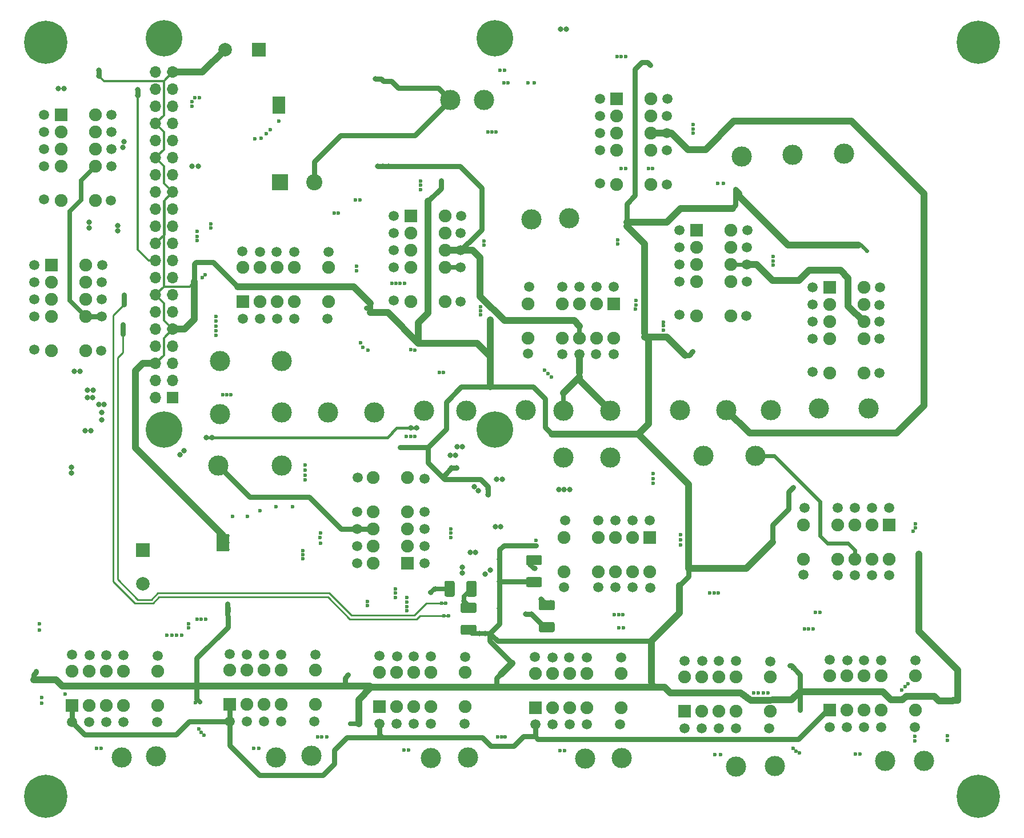
<source format=gbr>
%TF.GenerationSoftware,KiCad,Pcbnew,5.1.6-c6e7f7d~86~ubuntu18.04.1*%
%TF.CreationDate,2020-05-20T11:00:07-07:00*%
%TF.ProjectId,Cal_Station,43616c5f-5374-4617-9469-6f6e2e6b6963,rev?*%
%TF.SameCoordinates,Original*%
%TF.FileFunction,Copper,L4,Bot*%
%TF.FilePolarity,Positive*%
%FSLAX46Y46*%
G04 Gerber Fmt 4.6, Leading zero omitted, Abs format (unit mm)*
G04 Created by KiCad (PCBNEW 5.1.6-c6e7f7d~86~ubuntu18.04.1) date 2020-05-20 11:00:07*
%MOMM*%
%LPD*%
G01*
G04 APERTURE LIST*
%TA.AperFunction,ComponentPad*%
%ADD10C,3.000000*%
%TD*%
%TA.AperFunction,ComponentPad*%
%ADD11C,1.500000*%
%TD*%
%TA.AperFunction,ComponentPad*%
%ADD12C,1.900000*%
%TD*%
%TA.AperFunction,ComponentPad*%
%ADD13R,1.900000X1.900000*%
%TD*%
%TA.AperFunction,ComponentPad*%
%ADD14C,0.800000*%
%TD*%
%TA.AperFunction,ComponentPad*%
%ADD15C,6.400000*%
%TD*%
%TA.AperFunction,ComponentPad*%
%ADD16C,5.400000*%
%TD*%
%TA.AperFunction,Conductor*%
%ADD17R,1.900000X2.500000*%
%TD*%
%TA.AperFunction,ViaPad*%
%ADD18C,0.500000*%
%TD*%
%TA.AperFunction,ComponentPad*%
%ADD19O,1.700000X1.700000*%
%TD*%
%TA.AperFunction,ComponentPad*%
%ADD20R,1.700000X1.700000*%
%TD*%
%TA.AperFunction,ComponentPad*%
%ADD21C,2.000000*%
%TD*%
%TA.AperFunction,ComponentPad*%
%ADD22R,2.000000X2.000000*%
%TD*%
%TA.AperFunction,ComponentPad*%
%ADD23C,2.400000*%
%TD*%
%TA.AperFunction,ComponentPad*%
%ADD24R,2.400000X2.400000*%
%TD*%
%TA.AperFunction,ViaPad*%
%ADD25C,0.600000*%
%TD*%
%TA.AperFunction,ViaPad*%
%ADD26C,0.800000*%
%TD*%
%TA.AperFunction,Conductor*%
%ADD27C,0.650000*%
%TD*%
%TA.AperFunction,Conductor*%
%ADD28C,0.750000*%
%TD*%
%TA.AperFunction,Conductor*%
%ADD29C,1.000000*%
%TD*%
%TA.AperFunction,Conductor*%
%ADD30C,0.600000*%
%TD*%
%TA.AperFunction,Conductor*%
%ADD31C,0.350000*%
%TD*%
%TA.AperFunction,Conductor*%
%ADD32C,0.250000*%
%TD*%
%TA.AperFunction,Conductor*%
%ADD33C,0.450000*%
%TD*%
G04 APERTURE END LIST*
D10*
%TO.P,TP18,1*%
%TO.N,+6V*%
X109610000Y-41240000D03*
%TD*%
%TO.P,TP17,1*%
%TO.N,PI_GND*%
X104560000Y-41240000D03*
%TD*%
D11*
%TO.P,K17,4*%
%TO.N,Vref_OUT*%
X42980000Y-70820000D03*
%TO.P,K17,9*%
%TO.N,PI_GND*%
X52930000Y-70815000D03*
D12*
X50580000Y-70820000D03*
%TO.P,K17,4*%
%TO.N,Vref_OUT*%
X45500000Y-70820000D03*
%TO.P,K17,8*%
%TO.N,Net-(K17-Pad8)*%
X50580000Y-68280000D03*
%TO.P,K17,7*%
%TO.N,K17_SET*%
X50580000Y-65740000D03*
%TO.P,K17,10*%
%TO.N,/34401_A/GNDA*%
X50580000Y-73360000D03*
%TO.P,K17,6*%
%TO.N,CAL_RESET*%
X45500000Y-78440000D03*
D13*
%TO.P,K17,1*%
%TO.N,PI_+5V*%
X45500000Y-65740000D03*
D12*
%TO.P,K17,12*%
X50580000Y-78440000D03*
%TO.P,K17,3*%
%TO.N,Net-(K17-Pad3)*%
X45500000Y-68280000D03*
%TO.P,K17,5*%
%TO.N,DAC_AUX_BUF*%
X45500000Y-73360000D03*
D11*
%TO.P,K17,12*%
%TO.N,PI_+5V*%
X52880000Y-78440000D03*
%TO.P,K17,10*%
%TO.N,/34401_A/GNDA*%
X52930000Y-73365000D03*
%TO.P,K17,8*%
%TO.N,Net-(K17-Pad8)*%
X52930000Y-68315000D03*
%TO.P,K17,7*%
%TO.N,K17_SET*%
X52980000Y-65715000D03*
%TO.P,K17,1*%
%TO.N,PI_+5V*%
X42980000Y-65740000D03*
%TO.P,K17,3*%
%TO.N,Net-(K17-Pad3)*%
X42980000Y-68280000D03*
%TO.P,K17,5*%
%TO.N,DAC_AUX_BUF*%
X42980000Y-73360000D03*
%TO.P,K17,6*%
%TO.N,CAL_RESET*%
X42980000Y-78290000D03*
%TD*%
%TO.P,K16,4*%
%TO.N,Net-(K16-Pad4)*%
X44410000Y-48550000D03*
%TO.P,K16,9*%
X54360000Y-48545000D03*
D12*
X52010000Y-48550000D03*
%TO.P,K16,4*%
X46930000Y-48550000D03*
%TO.P,K16,8*%
%TO.N,Net-(K16-Pad8)*%
X52010000Y-46010000D03*
%TO.P,K16,7*%
%TO.N,K16_SET*%
X52010000Y-43470000D03*
%TO.P,K16,10*%
%TO.N,/34401_A/GNDA*%
X52010000Y-51090000D03*
%TO.P,K16,6*%
%TO.N,CAL_RESET*%
X46930000Y-56170000D03*
D13*
%TO.P,K16,1*%
%TO.N,PI_+5V*%
X46930000Y-43470000D03*
D12*
%TO.P,K16,12*%
X52010000Y-56170000D03*
%TO.P,K16,3*%
%TO.N,Net-(K16-Pad3)*%
X46930000Y-46010000D03*
%TO.P,K16,5*%
%TO.N,DAC_AUX_BUF*%
X46930000Y-51090000D03*
D11*
%TO.P,K16,12*%
%TO.N,PI_+5V*%
X54310000Y-56170000D03*
%TO.P,K16,10*%
%TO.N,/34401_A/GNDA*%
X54360000Y-51095000D03*
%TO.P,K16,8*%
%TO.N,Net-(K16-Pad8)*%
X54360000Y-46045000D03*
%TO.P,K16,7*%
%TO.N,K16_SET*%
X54410000Y-43445000D03*
%TO.P,K16,1*%
%TO.N,PI_+5V*%
X44410000Y-43470000D03*
%TO.P,K16,3*%
%TO.N,Net-(K16-Pad3)*%
X44410000Y-46010000D03*
%TO.P,K16,5*%
%TO.N,DAC_AUX_BUF*%
X44410000Y-51090000D03*
%TO.P,K16,6*%
%TO.N,CAL_RESET*%
X44410000Y-56020000D03*
%TD*%
%TO.P,C65,2*%
%TO.N,PI_GND*%
%TA.AperFunction,SMDPad,CuDef*%
G36*
G01*
X116055000Y-111975000D02*
X117905000Y-111975000D01*
G75*
G02*
X118155000Y-112225000I0J-250000D01*
G01*
X118155000Y-113225000D01*
G75*
G02*
X117905000Y-113475000I-250000J0D01*
G01*
X116055000Y-113475000D01*
G75*
G02*
X115805000Y-113225000I0J250000D01*
G01*
X115805000Y-112225000D01*
G75*
G02*
X116055000Y-111975000I250000J0D01*
G01*
G37*
%TD.AperFunction*%
%TO.P,C65,1*%
%TO.N,Vref_OUT*%
%TA.AperFunction,SMDPad,CuDef*%
G36*
G01*
X116055000Y-108725000D02*
X117905000Y-108725000D01*
G75*
G02*
X118155000Y-108975000I0J-250000D01*
G01*
X118155000Y-109975000D01*
G75*
G02*
X117905000Y-110225000I-250000J0D01*
G01*
X116055000Y-110225000D01*
G75*
G02*
X115805000Y-109975000I0J250000D01*
G01*
X115805000Y-108975000D01*
G75*
G02*
X116055000Y-108725000I250000J0D01*
G01*
G37*
%TD.AperFunction*%
%TD*%
%TO.P,C62,2*%
%TO.N,PI_GND*%
%TA.AperFunction,SMDPad,CuDef*%
G36*
G01*
X106365000Y-119045000D02*
X108215000Y-119045000D01*
G75*
G02*
X108465000Y-119295000I0J-250000D01*
G01*
X108465000Y-120295000D01*
G75*
G02*
X108215000Y-120545000I-250000J0D01*
G01*
X106365000Y-120545000D01*
G75*
G02*
X106115000Y-120295000I0J250000D01*
G01*
X106115000Y-119295000D01*
G75*
G02*
X106365000Y-119045000I250000J0D01*
G01*
G37*
%TD.AperFunction*%
%TO.P,C62,1*%
%TO.N,+5V*%
%TA.AperFunction,SMDPad,CuDef*%
G36*
G01*
X106365000Y-115795000D02*
X108215000Y-115795000D01*
G75*
G02*
X108465000Y-116045000I0J-250000D01*
G01*
X108465000Y-117045000D01*
G75*
G02*
X108215000Y-117295000I-250000J0D01*
G01*
X106365000Y-117295000D01*
G75*
G02*
X106115000Y-117045000I0J250000D01*
G01*
X106115000Y-116045000D01*
G75*
G02*
X106365000Y-115795000I250000J0D01*
G01*
G37*
%TD.AperFunction*%
%TD*%
%TO.P,C58,2*%
%TO.N,PI_GND*%
%TA.AperFunction,SMDPad,CuDef*%
G36*
G01*
X117945000Y-118655000D02*
X119795000Y-118655000D01*
G75*
G02*
X120045000Y-118905000I0J-250000D01*
G01*
X120045000Y-119905000D01*
G75*
G02*
X119795000Y-120155000I-250000J0D01*
G01*
X117945000Y-120155000D01*
G75*
G02*
X117695000Y-119905000I0J250000D01*
G01*
X117695000Y-118905000D01*
G75*
G02*
X117945000Y-118655000I250000J0D01*
G01*
G37*
%TD.AperFunction*%
%TO.P,C58,1*%
%TO.N,Vref_OUT*%
%TA.AperFunction,SMDPad,CuDef*%
G36*
G01*
X117945000Y-115405000D02*
X119795000Y-115405000D01*
G75*
G02*
X120045000Y-115655000I0J-250000D01*
G01*
X120045000Y-116655000D01*
G75*
G02*
X119795000Y-116905000I-250000J0D01*
G01*
X117945000Y-116905000D01*
G75*
G02*
X117695000Y-116655000I0J250000D01*
G01*
X117695000Y-115655000D01*
G75*
G02*
X117945000Y-115405000I250000J0D01*
G01*
G37*
%TD.AperFunction*%
%TD*%
%TO.P,C47,2*%
%TO.N,PI_GND*%
%TA.AperFunction,SMDPad,CuDef*%
G36*
G01*
X105225000Y-112795000D02*
X105225000Y-114645000D01*
G75*
G02*
X104975000Y-114895000I-250000J0D01*
G01*
X103975000Y-114895000D01*
G75*
G02*
X103725000Y-114645000I0J250000D01*
G01*
X103725000Y-112795000D01*
G75*
G02*
X103975000Y-112545000I250000J0D01*
G01*
X104975000Y-112545000D01*
G75*
G02*
X105225000Y-112795000I0J-250000D01*
G01*
G37*
%TD.AperFunction*%
%TO.P,C47,1*%
%TO.N,+5V*%
%TA.AperFunction,SMDPad,CuDef*%
G36*
G01*
X108475000Y-112795000D02*
X108475000Y-114645000D01*
G75*
G02*
X108225000Y-114895000I-250000J0D01*
G01*
X107225000Y-114895000D01*
G75*
G02*
X106975000Y-114645000I0J250000D01*
G01*
X106975000Y-112795000D01*
G75*
G02*
X107225000Y-112545000I250000J0D01*
G01*
X108225000Y-112545000D01*
G75*
G02*
X108475000Y-112795000I0J-250000D01*
G01*
G37*
%TD.AperFunction*%
%TD*%
D14*
%TO.P,H8,1*%
%TO.N,N/C*%
X46377056Y-30992944D03*
X44680000Y-30290000D03*
X42982944Y-30992944D03*
X42280000Y-32690000D03*
X42982944Y-34387056D03*
X44680000Y-35090000D03*
X46377056Y-34387056D03*
X47080000Y-32690000D03*
D15*
X44680000Y-32690000D03*
%TD*%
D14*
%TO.P,H7,1*%
%TO.N,N/C*%
X184527056Y-30992944D03*
X182830000Y-30290000D03*
X181132944Y-30992944D03*
X180430000Y-32690000D03*
X181132944Y-34387056D03*
X182830000Y-35090000D03*
X184527056Y-34387056D03*
X185230000Y-32690000D03*
D15*
X182830000Y-32690000D03*
%TD*%
D14*
%TO.P,H6,1*%
%TO.N,N/C*%
X46377056Y-142782944D03*
X44680000Y-142080000D03*
X42982944Y-142782944D03*
X42280000Y-144480000D03*
X42982944Y-146177056D03*
X44680000Y-146880000D03*
X46377056Y-146177056D03*
X47080000Y-144480000D03*
D15*
X44680000Y-144480000D03*
%TD*%
D14*
%TO.P,H5,1*%
%TO.N,N/C*%
X184527056Y-142802944D03*
X182830000Y-142100000D03*
X181132944Y-142802944D03*
X180430000Y-144500000D03*
X181132944Y-146197056D03*
X182830000Y-146900000D03*
X184527056Y-146197056D03*
X185230000Y-144500000D03*
D15*
X182830000Y-144500000D03*
%TD*%
D14*
%TO.P,H4,1*%
%TO.N,N/C*%
X112601891Y-30688109D03*
X111170000Y-30095000D03*
X109738109Y-30688109D03*
X109145000Y-32120000D03*
X109738109Y-33551891D03*
X111170000Y-34145000D03*
X112601891Y-33551891D03*
X113195000Y-32120000D03*
D16*
X111170000Y-32120000D03*
%TD*%
D14*
%TO.P,H3,1*%
%TO.N,N/C*%
X63601891Y-88688109D03*
X62170000Y-88095000D03*
X60738109Y-88688109D03*
X60145000Y-90120000D03*
X60738109Y-91551891D03*
X62170000Y-92145000D03*
X63601891Y-91551891D03*
X64195000Y-90120000D03*
D16*
X62170000Y-90120000D03*
%TD*%
D14*
%TO.P,H2,1*%
%TO.N,N/C*%
X112601891Y-88688109D03*
X111170000Y-88095000D03*
X109738109Y-88688109D03*
X109145000Y-90120000D03*
X109738109Y-91551891D03*
X111170000Y-92145000D03*
X112601891Y-91551891D03*
X113195000Y-90120000D03*
D16*
X111170000Y-90120000D03*
%TD*%
D14*
%TO.P,H1,1*%
%TO.N,N/C*%
X63601891Y-30688109D03*
X62170000Y-30095000D03*
X60738109Y-30688109D03*
X60145000Y-32120000D03*
X60738109Y-33551891D03*
X62170000Y-34145000D03*
X63601891Y-33551891D03*
X64195000Y-32120000D03*
D16*
X62170000Y-32120000D03*
%TD*%
D11*
%TO.P,K14,4*%
%TO.N,/34401_B/REF100+*%
X164544000Y-101742000D03*
%TO.P,K14,9*%
%TO.N,/34401_B/REF100_RTN*%
X164549000Y-111692000D03*
D12*
X164544000Y-109342000D03*
%TO.P,K14,4*%
%TO.N,/34401_B/REF100+*%
X164544000Y-104262000D03*
%TO.P,K14,8*%
%TO.N,Net-(K14-Pad8)*%
X167084000Y-109342000D03*
%TO.P,K14,7*%
%TO.N,K14_SET*%
X169624000Y-109342000D03*
%TO.P,K14,10*%
%TO.N,/34401_B/34401B_RTN*%
X162004000Y-109342000D03*
%TO.P,K14,6*%
%TO.N,K14_RESET*%
X156924000Y-104262000D03*
D13*
%TO.P,K14,1*%
%TO.N,+5V*%
X169624000Y-104262000D03*
D12*
%TO.P,K14,12*%
X156924000Y-109342000D03*
%TO.P,K14,3*%
%TO.N,Net-(K14-Pad3)*%
X167084000Y-104262000D03*
%TO.P,K14,5*%
%TO.N,/34401_B/34401B_I+*%
X162004000Y-104262000D03*
D11*
%TO.P,K14,12*%
%TO.N,+5V*%
X156924000Y-111642000D03*
%TO.P,K14,10*%
%TO.N,/34401_B/34401B_RTN*%
X161999000Y-111692000D03*
%TO.P,K14,8*%
%TO.N,Net-(K14-Pad8)*%
X167049000Y-111692000D03*
%TO.P,K14,7*%
%TO.N,K14_SET*%
X169649000Y-111742000D03*
%TO.P,K14,1*%
%TO.N,+5V*%
X169624000Y-101742000D03*
%TO.P,K14,3*%
%TO.N,Net-(K14-Pad3)*%
X167084000Y-101742000D03*
%TO.P,K14,5*%
%TO.N,/34401_B/34401B_I+*%
X162004000Y-101742000D03*
%TO.P,K14,6*%
%TO.N,K14_RESET*%
X157074000Y-101742000D03*
%TD*%
D10*
%TO.P,J28,1*%
%TO.N,/34401_B/REF100+*%
X142130000Y-94000000D03*
%TD*%
%TO.P,J27,1*%
%TO.N,/34401_B/REF100_RTN*%
X149790000Y-94000000D03*
%TD*%
%TO.P,J26,1*%
%TO.N,/34401_B/34401B_I+*%
X162930000Y-49260000D03*
%TD*%
%TO.P,J25,1*%
%TO.N,/34401_B/34401B_RTN*%
X155320000Y-49400000D03*
%TD*%
%TO.P,J24,1*%
%TO.N,/34401_B/34401B_V+*%
X147750000Y-49660000D03*
%TD*%
%TO.P,J23,1*%
%TO.N,/34401_B/I_LOAD*%
X159204000Y-86946000D03*
%TD*%
%TO.P,J22,1*%
%TO.N,/34401_B/VLoad_div8*%
X152092000Y-87200000D03*
%TD*%
%TO.P,J20,1*%
%TO.N,/34401_B/GND*%
X145488000Y-87200000D03*
%TD*%
%TO.P,J19,1*%
%TO.N,/34401_A/34401A_RTN*%
X116620000Y-58990000D03*
%TD*%
%TO.P,J18,1*%
%TO.N,/34401_A/34401A_V+*%
X122190000Y-58810000D03*
%TD*%
%TO.P,J17,1*%
%TO.N,/34401_B/CoolerV*%
X138630000Y-87200000D03*
%TD*%
%TO.P,J16,1*%
%TO.N,/34401_A/LOAD_RTN*%
X79580000Y-80000000D03*
%TD*%
%TO.P,J15,1*%
%TO.N,/34401_A/LOAD+*%
X70430000Y-80000000D03*
%TD*%
%TO.P,J14,1*%
%TO.N,DAC_AUX_BUF*%
X128320000Y-94300000D03*
%TD*%
%TO.P,J13,1*%
%TO.N,/34401_A/GNDA*%
X128290000Y-87300000D03*
%TD*%
%TO.P,J12,1*%
%TO.N,DAC_AUX*%
X121320000Y-94300000D03*
%TD*%
%TO.P,J11,1*%
%TO.N,/34401_A/GNDA*%
X121360000Y-87300000D03*
%TD*%
%TO.P,J10,1*%
%TO.N,/34401_B/LOAD_RTN*%
X166570000Y-86946000D03*
%TD*%
%TO.P,J9,1*%
%TO.N,/34401_A/2V5_filt*%
X115720000Y-87280000D03*
%TD*%
%TO.P,J8,1*%
%TO.N,/34401_A/COOLERV_div4*%
X106950000Y-87300000D03*
%TD*%
%TO.P,J7,1*%
%TO.N,Net-(J7-Pad1)*%
X100660000Y-87300000D03*
%TD*%
%TO.P,J6,1*%
%TO.N,/PWR_IN*%
X86436000Y-87562000D03*
%TD*%
%TO.P,J5,1*%
%TO.N,Net-(J5-Pad1)*%
X93294000Y-87562000D03*
%TD*%
%TO.P,J4,1*%
%TO.N,Net-(J3-Pad1)*%
X79578000Y-95436000D03*
%TD*%
%TO.P,J3,1*%
%TO.N,Net-(J3-Pad1)*%
X79580000Y-87560000D03*
%TD*%
%TO.P,J2,1*%
%TO.N,/PWR_RTN*%
X70180000Y-95436000D03*
%TD*%
%TO.P,J1,1*%
%TO.N,/PWR_RTN*%
X70430000Y-87816000D03*
%TD*%
D17*
%TO.N,PI_GND*%
%TO.C,U2*%
X79170000Y-42010000D03*
D18*
X79870000Y-43010000D03*
X78470000Y-43010000D03*
X79870000Y-42010000D03*
X78470000Y-42010000D03*
X79870000Y-41010000D03*
X78470000Y-41010000D03*
%TD*%
D17*
%TO.N,PI_GND*%
%TO.C,U1*%
X70906000Y-106862000D03*
D18*
X70206000Y-105862000D03*
X71606000Y-105862000D03*
X70206000Y-106862000D03*
X71606000Y-106862000D03*
X70206000Y-107862000D03*
X71606000Y-107862000D03*
%TD*%
D10*
%TO.P,TP14,1*%
%TO.N,Net-(K3-Pad5)*%
X124580000Y-138900000D03*
%TD*%
%TO.P,TP13,1*%
%TO.N,Net-(K3-Pad10)*%
X129980000Y-138840000D03*
%TD*%
%TO.P,TP12,1*%
%TO.N,Net-(K2-Pad5)*%
X146920000Y-140060000D03*
%TD*%
%TO.P,TP11,1*%
%TO.N,Net-(K2-Pad10)*%
X152650000Y-139980000D03*
%TD*%
%TO.P,TP10,1*%
%TO.N,Net-(K7-Pad5)*%
X169050000Y-139230000D03*
%TD*%
%TO.P,TP9,1*%
%TO.N,Net-(K7-Pad10)*%
X174750000Y-139200000D03*
%TD*%
%TO.P,TP8,1*%
%TO.N,Net-(K6-Pad5)*%
X55870000Y-138730000D03*
%TD*%
%TO.P,TP7,1*%
%TO.N,Net-(K6-Pad10)*%
X60950000Y-138540000D03*
%TD*%
%TO.P,TP6,1*%
%TO.N,Net-(K5-Pad5)*%
X78730000Y-138740000D03*
%TD*%
%TO.P,TP5,1*%
%TO.N,Net-(K5-Pad10)*%
X84010000Y-138480000D03*
%TD*%
%TO.P,TP4,1*%
%TO.N,Net-(K4-Pad5)*%
X101740000Y-138830000D03*
%TD*%
%TO.P,TP3,1*%
%TO.N,Net-(K4-Pad10)*%
X107210000Y-138750000D03*
%TD*%
D19*
%TO.P,PI1,40*%
%TO.N,K11_SET_SIGNL*%
X60900000Y-37130000D03*
%TO.P,PI1,39*%
%TO.N,PI_GND*%
X63440000Y-37130000D03*
%TO.P,PI1,38*%
%TO.N,K12_SET_SIGNL*%
X60900000Y-39670000D03*
%TO.P,PI1,37*%
%TO.N,K10_SET_SIGNL*%
X63440000Y-39670000D03*
%TO.P,PI1,36*%
%TO.N,K13_SET_SIGNL*%
X60900000Y-42210000D03*
%TO.P,PI1,35*%
%TO.N,K9_SET_SIGNL*%
X63440000Y-42210000D03*
%TO.P,PI1,34*%
%TO.N,PI_GND*%
X60900000Y-44750000D03*
%TO.P,PI1,33*%
%TO.N,K8_SET_SIGNL*%
X63440000Y-44750000D03*
%TO.P,PI1,32*%
%TO.N,K14_SET_SIGNL*%
X60900000Y-47290000D03*
%TO.P,PI1,31*%
%TO.N,RES_ARRAY_RESET_SIGNL*%
X63440000Y-47290000D03*
%TO.P,PI1,30*%
%TO.N,PI_GND*%
X60900000Y-49830000D03*
%TO.P,PI1,29*%
%TO.N,K7_SET_SIGNL*%
X63440000Y-49830000D03*
%TO.P,PI1,28*%
%TO.N,Net-(PI1-Pad28)*%
X60900000Y-52370000D03*
%TO.P,PI1,27*%
%TO.N,Net-(PI1-Pad27)*%
X63440000Y-52370000D03*
%TO.P,PI1,26*%
%TO.N,K15_SET_SIGNL*%
X60900000Y-54910000D03*
%TO.P,PI1,25*%
%TO.N,PI_GND*%
X63440000Y-54910000D03*
%TO.P,PI1,24*%
%TO.N,BANK_A_RESET_SIGNL*%
X60900000Y-57450000D03*
%TO.P,PI1,23*%
%TO.N,K6_SET_SIGNL*%
X63440000Y-57450000D03*
%TO.P,PI1,22*%
%TO.N,BANK_B_RESET_SIGNL*%
X60900000Y-59990000D03*
%TO.P,PI1,21*%
%TO.N,K5_SET_SIGNL*%
X63440000Y-59990000D03*
%TO.P,PI1,20*%
%TO.N,PI_GND*%
X60900000Y-62530000D03*
%TO.P,PI1,19*%
%TO.N,K4_SET_SIGNL*%
X63440000Y-62530000D03*
%TO.P,PI1,18*%
%TO.N,K16_SET_SIGNL*%
X60900000Y-65070000D03*
%TO.P,PI1,17*%
%TO.N,Net-(PI1-Pad17)*%
X63440000Y-65070000D03*
%TO.P,PI1,16*%
%TO.N,K17_SET_SIGNL*%
X60900000Y-67610000D03*
%TO.P,PI1,15*%
%TO.N,K3_SET_SIGNL*%
X63440000Y-67610000D03*
%TO.P,PI1,14*%
%TO.N,PI_GND*%
X60900000Y-70150000D03*
%TO.P,PI1,13*%
%TO.N,K2_SET_SIGNL*%
X63440000Y-70150000D03*
%TO.P,PI1,12*%
%TO.N,CAL_RESET_SIGNL*%
X60900000Y-72690000D03*
%TO.P,PI1,11*%
%TO.N,K1_RESET_SIGNL*%
X63440000Y-72690000D03*
%TO.P,PI1,10*%
%TO.N,RX*%
X60900000Y-75230000D03*
%TO.P,PI1,9*%
%TO.N,PI_GND*%
X63440000Y-75230000D03*
%TO.P,PI1,8*%
%TO.N,TX*%
X60900000Y-77770000D03*
%TO.P,PI1,7*%
%TO.N,K1_SET_SGNL*%
X63440000Y-77770000D03*
%TO.P,PI1,6*%
%TO.N,PI_GND*%
X60900000Y-80310000D03*
%TO.P,PI1,5*%
%TO.N,Net-(PI1-Pad5)*%
X63440000Y-80310000D03*
%TO.P,PI1,4*%
%TO.N,PI_+5V*%
X60900000Y-82850000D03*
%TO.P,PI1,3*%
%TO.N,LTC2057_SHDN*%
X63440000Y-82850000D03*
%TO.P,PI1,2*%
%TO.N,PI_+5V*%
X60900000Y-85390000D03*
D20*
%TO.P,PI1,1*%
%TO.N,Net-(PI1-Pad1)*%
X63440000Y-85390000D03*
%TD*%
D11*
%TO.P,K15,4*%
%TO.N,/34401_B/VLoad_div8*%
X138574000Y-65652000D03*
%TO.P,K15,9*%
%TO.N,/34401_B/LOAD_RTN*%
X148524000Y-65647000D03*
D12*
X146174000Y-65652000D03*
%TO.P,K15,4*%
%TO.N,/34401_B/VLoad_div8*%
X141094000Y-65652000D03*
%TO.P,K15,8*%
%TO.N,Net-(K15-Pad8)*%
X146174000Y-63112000D03*
%TO.P,K15,7*%
%TO.N,K15_SET*%
X146174000Y-60572000D03*
%TO.P,K15,10*%
%TO.N,/34401_B/34401B_RTN*%
X146174000Y-68192000D03*
%TO.P,K15,6*%
%TO.N,K15_RESET*%
X141094000Y-73272000D03*
D13*
%TO.P,K15,1*%
%TO.N,+5V*%
X141094000Y-60572000D03*
D12*
%TO.P,K15,12*%
X146174000Y-73272000D03*
%TO.P,K15,3*%
%TO.N,Net-(K15-Pad3)*%
X141094000Y-63112000D03*
%TO.P,K15,5*%
%TO.N,/34401_B/34401B_V+*%
X141094000Y-68192000D03*
D11*
%TO.P,K15,12*%
%TO.N,+5V*%
X148474000Y-73272000D03*
%TO.P,K15,10*%
%TO.N,/34401_B/34401B_RTN*%
X148524000Y-68197000D03*
%TO.P,K15,8*%
%TO.N,Net-(K15-Pad8)*%
X148524000Y-63147000D03*
%TO.P,K15,7*%
%TO.N,K15_SET*%
X148574000Y-60547000D03*
%TO.P,K15,1*%
%TO.N,+5V*%
X138574000Y-60572000D03*
%TO.P,K15,3*%
%TO.N,Net-(K15-Pad3)*%
X138574000Y-63112000D03*
%TO.P,K15,5*%
%TO.N,/34401_B/34401B_V+*%
X138574000Y-68192000D03*
%TO.P,K15,6*%
%TO.N,K15_RESET*%
X138574000Y-73122000D03*
%TD*%
%TO.P,K13,4*%
%TO.N,/34401_B/CoolerV*%
X126740000Y-46170000D03*
%TO.P,K13,9*%
%TO.N,/34401_B/GND*%
X136690000Y-46165000D03*
D12*
X134340000Y-46170000D03*
%TO.P,K13,4*%
%TO.N,/34401_B/CoolerV*%
X129260000Y-46170000D03*
%TO.P,K13,8*%
%TO.N,Net-(K13-Pad8)*%
X134340000Y-43630000D03*
%TO.P,K13,7*%
%TO.N,K13_SET*%
X134340000Y-41090000D03*
%TO.P,K13,10*%
%TO.N,/34401_B/34401B_RTN*%
X134340000Y-48710000D03*
%TO.P,K13,6*%
%TO.N,K13_RESET*%
X129260000Y-53790000D03*
D13*
%TO.P,K13,1*%
%TO.N,+5V*%
X129260000Y-41090000D03*
D12*
%TO.P,K13,12*%
X134340000Y-53790000D03*
%TO.P,K13,3*%
%TO.N,Net-(K13-Pad3)*%
X129260000Y-43630000D03*
%TO.P,K13,5*%
%TO.N,/34401_B/34401B_V+*%
X129260000Y-48710000D03*
D11*
%TO.P,K13,12*%
%TO.N,+5V*%
X136640000Y-53790000D03*
%TO.P,K13,10*%
%TO.N,/34401_B/34401B_RTN*%
X136690000Y-48715000D03*
%TO.P,K13,8*%
%TO.N,Net-(K13-Pad8)*%
X136690000Y-43665000D03*
%TO.P,K13,7*%
%TO.N,K13_SET*%
X136740000Y-41065000D03*
%TO.P,K13,1*%
%TO.N,+5V*%
X126740000Y-41090000D03*
%TO.P,K13,3*%
%TO.N,Net-(K13-Pad3)*%
X126740000Y-43630000D03*
%TO.P,K13,5*%
%TO.N,/34401_B/34401B_V+*%
X126740000Y-48710000D03*
%TO.P,K13,6*%
%TO.N,K13_RESET*%
X126740000Y-53640000D03*
%TD*%
%TO.P,K12,4*%
%TO.N,/34401_B/I_LOAD*%
X158240000Y-74140000D03*
%TO.P,K12,9*%
%TO.N,/34401_B/LOAD_RTN*%
X168190000Y-74135000D03*
D12*
X165840000Y-74140000D03*
%TO.P,K12,4*%
%TO.N,/34401_B/I_LOAD*%
X160760000Y-74140000D03*
%TO.P,K12,8*%
%TO.N,Net-(K12-Pad8)*%
X165840000Y-71600000D03*
%TO.P,K12,7*%
%TO.N,K12_SET*%
X165840000Y-69060000D03*
%TO.P,K12,10*%
%TO.N,/34401_B/34401B_RTN*%
X165840000Y-76680000D03*
%TO.P,K12,6*%
%TO.N,K12_RESET*%
X160760000Y-81760000D03*
D13*
%TO.P,K12,1*%
%TO.N,+5V*%
X160760000Y-69060000D03*
D12*
%TO.P,K12,12*%
X165840000Y-81760000D03*
%TO.P,K12,3*%
%TO.N,Net-(K12-Pad3)*%
X160760000Y-71600000D03*
%TO.P,K12,5*%
%TO.N,/34401_B/34401B_I+*%
X160760000Y-76680000D03*
D11*
%TO.P,K12,12*%
%TO.N,+5V*%
X168140000Y-81760000D03*
%TO.P,K12,10*%
%TO.N,/34401_B/34401B_RTN*%
X168190000Y-76685000D03*
%TO.P,K12,8*%
%TO.N,Net-(K12-Pad8)*%
X168190000Y-71635000D03*
%TO.P,K12,7*%
%TO.N,K12_SET*%
X168240000Y-69035000D03*
%TO.P,K12,1*%
%TO.N,+5V*%
X158240000Y-69060000D03*
%TO.P,K12,3*%
%TO.N,Net-(K12-Pad3)*%
X158240000Y-71600000D03*
%TO.P,K12,5*%
%TO.N,/34401_B/34401B_I+*%
X158240000Y-76680000D03*
%TO.P,K12,6*%
%TO.N,K12_RESET*%
X158240000Y-81610000D03*
%TD*%
%TO.P,K11,4*%
%TO.N,/34401_A/COOLERV_div4*%
X96192000Y-63522000D03*
%TO.P,K11,9*%
%TO.N,/34401_A/GNDA*%
X106142000Y-63517000D03*
D12*
X103792000Y-63522000D03*
%TO.P,K11,4*%
%TO.N,/34401_A/COOLERV_div4*%
X98712000Y-63522000D03*
%TO.P,K11,8*%
%TO.N,Net-(K11-Pad8)*%
X103792000Y-60982000D03*
%TO.P,K11,7*%
%TO.N,K11_SET*%
X103792000Y-58442000D03*
%TO.P,K11,10*%
%TO.N,/34401_A/34401A_RTN*%
X103792000Y-66062000D03*
%TO.P,K11,6*%
%TO.N,K11_RESET*%
X98712000Y-71142000D03*
D13*
%TO.P,K11,1*%
%TO.N,+5V*%
X98712000Y-58442000D03*
D12*
%TO.P,K11,12*%
X103792000Y-71142000D03*
%TO.P,K11,3*%
%TO.N,Net-(K11-Pad3)*%
X98712000Y-60982000D03*
%TO.P,K11,5*%
%TO.N,/34401_A/34401A_V+*%
X98712000Y-66062000D03*
D11*
%TO.P,K11,12*%
%TO.N,+5V*%
X106092000Y-71142000D03*
%TO.P,K11,10*%
%TO.N,/34401_A/34401A_RTN*%
X106142000Y-66067000D03*
%TO.P,K11,8*%
%TO.N,Net-(K11-Pad8)*%
X106142000Y-61017000D03*
%TO.P,K11,7*%
%TO.N,K11_SET*%
X106192000Y-58417000D03*
%TO.P,K11,1*%
%TO.N,+5V*%
X96192000Y-58442000D03*
%TO.P,K11,3*%
%TO.N,Net-(K11-Pad3)*%
X96192000Y-60982000D03*
%TO.P,K11,5*%
%TO.N,/34401_A/34401A_V+*%
X96192000Y-66062000D03*
%TO.P,K11,6*%
%TO.N,K11_RESET*%
X96192000Y-70992000D03*
%TD*%
%TO.P,K10,4*%
%TO.N,DAC_AUX_BUF*%
X123710000Y-68960000D03*
%TO.P,K10,9*%
%TO.N,/34401_A/GNDA*%
X123715000Y-78910000D03*
D12*
X123710000Y-76560000D03*
%TO.P,K10,4*%
%TO.N,DAC_AUX_BUF*%
X123710000Y-71480000D03*
%TO.P,K10,8*%
%TO.N,Net-(K10-Pad8)*%
X126250000Y-76560000D03*
%TO.P,K10,7*%
%TO.N,K10_SET*%
X128790000Y-76560000D03*
%TO.P,K10,10*%
%TO.N,/34401_A/34401A_RTN*%
X121170000Y-76560000D03*
%TO.P,K10,6*%
%TO.N,K10_RESET*%
X116090000Y-71480000D03*
D13*
%TO.P,K10,1*%
%TO.N,+5V*%
X128790000Y-71480000D03*
D12*
%TO.P,K10,12*%
X116090000Y-76560000D03*
%TO.P,K10,3*%
%TO.N,Net-(K10-Pad3)*%
X126250000Y-71480000D03*
%TO.P,K10,5*%
%TO.N,/34401_A/34401A_V+*%
X121170000Y-71480000D03*
D11*
%TO.P,K10,12*%
%TO.N,+5V*%
X116090000Y-78860000D03*
%TO.P,K10,10*%
%TO.N,/34401_A/34401A_RTN*%
X121165000Y-78910000D03*
%TO.P,K10,8*%
%TO.N,Net-(K10-Pad8)*%
X126215000Y-78910000D03*
%TO.P,K10,7*%
%TO.N,K10_SET*%
X128815000Y-78960000D03*
%TO.P,K10,1*%
%TO.N,+5V*%
X128790000Y-68960000D03*
%TO.P,K10,3*%
%TO.N,Net-(K10-Pad3)*%
X126250000Y-68960000D03*
%TO.P,K10,5*%
%TO.N,/34401_A/34401A_V+*%
X121170000Y-68960000D03*
%TO.P,K10,6*%
%TO.N,K10_RESET*%
X116240000Y-68960000D03*
%TD*%
%TO.P,K9,4*%
%TO.N,/34401_A/2V5_filt*%
X129078000Y-103578000D03*
%TO.P,K9,9*%
%TO.N,/34401_A/GNDA*%
X129083000Y-113528000D03*
D12*
X129078000Y-111178000D03*
%TO.P,K9,4*%
%TO.N,/34401_A/2V5_filt*%
X129078000Y-106098000D03*
%TO.P,K9,8*%
%TO.N,Net-(K9-Pad8)*%
X131618000Y-111178000D03*
%TO.P,K9,7*%
%TO.N,K9_SET*%
X134158000Y-111178000D03*
%TO.P,K9,10*%
%TO.N,/34401_A/34401A_RTN*%
X126538000Y-111178000D03*
%TO.P,K9,6*%
%TO.N,K9_RESET*%
X121458000Y-106098000D03*
D13*
%TO.P,K9,1*%
%TO.N,+5V*%
X134158000Y-106098000D03*
D12*
%TO.P,K9,12*%
X121458000Y-111178000D03*
%TO.P,K9,3*%
%TO.N,Net-(K9-Pad3)*%
X131618000Y-106098000D03*
%TO.P,K9,5*%
%TO.N,/34401_A/34401A_V+*%
X126538000Y-106098000D03*
D11*
%TO.P,K9,12*%
%TO.N,+5V*%
X121458000Y-113478000D03*
%TO.P,K9,10*%
%TO.N,/34401_A/34401A_RTN*%
X126533000Y-113528000D03*
%TO.P,K9,8*%
%TO.N,Net-(K9-Pad8)*%
X131583000Y-113528000D03*
%TO.P,K9,7*%
%TO.N,K9_SET*%
X134183000Y-113578000D03*
%TO.P,K9,1*%
%TO.N,+5V*%
X134158000Y-103578000D03*
%TO.P,K9,3*%
%TO.N,Net-(K9-Pad3)*%
X131618000Y-103578000D03*
%TO.P,K9,5*%
%TO.N,/34401_A/34401A_V+*%
X126538000Y-103578000D03*
%TO.P,K9,6*%
%TO.N,K9_RESET*%
X121608000Y-103578000D03*
%TD*%
%TO.P,K8,4*%
%TO.N,/34401_A/LOAD+*%
X78890000Y-73704360D03*
%TO.P,K8,9*%
%TO.N,/34401_A/LOAD_RTN*%
X78885000Y-63754360D03*
D12*
X78890000Y-66104360D03*
%TO.P,K8,4*%
%TO.N,/34401_A/LOAD+*%
X78890000Y-71184360D03*
%TO.P,K8,8*%
%TO.N,Net-(K8-Pad8)*%
X76350000Y-66104360D03*
%TO.P,K8,7*%
%TO.N,K8_SET*%
X73810000Y-66104360D03*
%TO.P,K8,10*%
%TO.N,/34401_A/34401A_RTN*%
X81430000Y-66104360D03*
%TO.P,K8,6*%
%TO.N,K8_RESET*%
X86510000Y-71184360D03*
D13*
%TO.P,K8,1*%
%TO.N,+5V*%
X73810000Y-71184360D03*
D12*
%TO.P,K8,12*%
X86510000Y-66104360D03*
%TO.P,K8,3*%
%TO.N,Net-(K8-Pad3)*%
X76350000Y-71184360D03*
%TO.P,K8,5*%
%TO.N,/34401_A/34401A_V+*%
X81430000Y-71184360D03*
D11*
%TO.P,K8,12*%
%TO.N,+5V*%
X86510000Y-63804360D03*
%TO.P,K8,10*%
%TO.N,/34401_A/34401A_RTN*%
X81435000Y-63754360D03*
%TO.P,K8,8*%
%TO.N,Net-(K8-Pad8)*%
X76385000Y-63754360D03*
%TO.P,K8,7*%
%TO.N,K8_SET*%
X73785000Y-63704360D03*
%TO.P,K8,1*%
%TO.N,+5V*%
X73810000Y-73704360D03*
%TO.P,K8,3*%
%TO.N,Net-(K8-Pad3)*%
X76350000Y-73704360D03*
%TO.P,K8,5*%
%TO.N,/34401_A/34401A_V+*%
X81430000Y-73704360D03*
%TO.P,K8,6*%
%TO.N,K8_RESET*%
X86360000Y-73704360D03*
%TD*%
%TO.P,K7,4*%
%TO.N,/Resistor_Array/RES_RTN*%
X165910000Y-134250000D03*
%TO.P,K7,9*%
%TO.N,/Resistor_Array/RES_IN*%
X165905000Y-124300000D03*
D12*
X165910000Y-126650000D03*
%TO.P,K7,4*%
%TO.N,/Resistor_Array/RES_RTN*%
X165910000Y-131730000D03*
%TO.P,K7,8*%
%TO.N,Net-(K7-Pad8)*%
X163370000Y-126650000D03*
%TO.P,K7,7*%
%TO.N,K7_SET*%
X160830000Y-126650000D03*
%TO.P,K7,10*%
%TO.N,Net-(K7-Pad10)*%
X168450000Y-126650000D03*
%TO.P,K7,6*%
%TO.N,K7_RESET*%
X173530000Y-131730000D03*
D13*
%TO.P,K7,1*%
%TO.N,+5V*%
X160830000Y-131730000D03*
D12*
%TO.P,K7,12*%
X173530000Y-126650000D03*
%TO.P,K7,3*%
%TO.N,Net-(K7-Pad3)*%
X163370000Y-131730000D03*
%TO.P,K7,5*%
%TO.N,Net-(K7-Pad5)*%
X168450000Y-131730000D03*
D11*
%TO.P,K7,12*%
%TO.N,+5V*%
X173530000Y-124350000D03*
%TO.P,K7,10*%
%TO.N,Net-(K7-Pad10)*%
X168455000Y-124300000D03*
%TO.P,K7,8*%
%TO.N,Net-(K7-Pad8)*%
X163405000Y-124300000D03*
%TO.P,K7,7*%
%TO.N,K7_SET*%
X160805000Y-124250000D03*
%TO.P,K7,1*%
%TO.N,+5V*%
X160830000Y-134250000D03*
%TO.P,K7,3*%
%TO.N,Net-(K7-Pad3)*%
X163370000Y-134250000D03*
%TO.P,K7,5*%
%TO.N,Net-(K7-Pad5)*%
X168450000Y-134250000D03*
%TO.P,K7,6*%
%TO.N,K7_RESET*%
X173380000Y-134250000D03*
%TD*%
%TO.P,K6,4*%
%TO.N,/Resistor_Array/RES_RTN*%
X53650000Y-133512000D03*
%TO.P,K6,9*%
%TO.N,/Resistor_Array/RES_IN*%
X53645000Y-123562000D03*
D12*
X53650000Y-125912000D03*
%TO.P,K6,4*%
%TO.N,/Resistor_Array/RES_RTN*%
X53650000Y-130992000D03*
%TO.P,K6,8*%
%TO.N,Net-(K6-Pad8)*%
X51110000Y-125912000D03*
%TO.P,K6,7*%
%TO.N,K6_SET*%
X48570000Y-125912000D03*
%TO.P,K6,10*%
%TO.N,Net-(K6-Pad10)*%
X56190000Y-125912000D03*
%TO.P,K6,6*%
%TO.N,K6_RESET*%
X61270000Y-130992000D03*
D13*
%TO.P,K6,1*%
%TO.N,+5V*%
X48570000Y-130992000D03*
D12*
%TO.P,K6,12*%
X61270000Y-125912000D03*
%TO.P,K6,3*%
%TO.N,Net-(K6-Pad3)*%
X51110000Y-130992000D03*
%TO.P,K6,5*%
%TO.N,Net-(K6-Pad5)*%
X56190000Y-130992000D03*
D11*
%TO.P,K6,12*%
%TO.N,+5V*%
X61270000Y-123612000D03*
%TO.P,K6,10*%
%TO.N,Net-(K6-Pad10)*%
X56195000Y-123562000D03*
%TO.P,K6,8*%
%TO.N,Net-(K6-Pad8)*%
X51145000Y-123562000D03*
%TO.P,K6,7*%
%TO.N,K6_SET*%
X48545000Y-123512000D03*
%TO.P,K6,1*%
%TO.N,+5V*%
X48570000Y-133512000D03*
%TO.P,K6,3*%
%TO.N,Net-(K6-Pad3)*%
X51110000Y-133512000D03*
%TO.P,K6,5*%
%TO.N,Net-(K6-Pad5)*%
X56190000Y-133512000D03*
%TO.P,K6,6*%
%TO.N,K6_RESET*%
X61120000Y-133512000D03*
%TD*%
%TO.P,K5,4*%
%TO.N,/Resistor_Array/RES_RTN*%
X76980000Y-133400000D03*
%TO.P,K5,9*%
%TO.N,/Resistor_Array/RES_IN*%
X76975000Y-123450000D03*
D12*
X76980000Y-125800000D03*
%TO.P,K5,4*%
%TO.N,/Resistor_Array/RES_RTN*%
X76980000Y-130880000D03*
%TO.P,K5,8*%
%TO.N,Net-(K5-Pad8)*%
X74440000Y-125800000D03*
%TO.P,K5,7*%
%TO.N,K5_SET*%
X71900000Y-125800000D03*
%TO.P,K5,10*%
%TO.N,Net-(K5-Pad10)*%
X79520000Y-125800000D03*
%TO.P,K5,6*%
%TO.N,K5_RESET*%
X84600000Y-130880000D03*
D13*
%TO.P,K5,1*%
%TO.N,+5V*%
X71900000Y-130880000D03*
D12*
%TO.P,K5,12*%
X84600000Y-125800000D03*
%TO.P,K5,3*%
%TO.N,Net-(K5-Pad3)*%
X74440000Y-130880000D03*
%TO.P,K5,5*%
%TO.N,Net-(K5-Pad5)*%
X79520000Y-130880000D03*
D11*
%TO.P,K5,12*%
%TO.N,+5V*%
X84600000Y-123500000D03*
%TO.P,K5,10*%
%TO.N,Net-(K5-Pad10)*%
X79525000Y-123450000D03*
%TO.P,K5,8*%
%TO.N,Net-(K5-Pad8)*%
X74475000Y-123450000D03*
%TO.P,K5,7*%
%TO.N,K5_SET*%
X71875000Y-123400000D03*
%TO.P,K5,1*%
%TO.N,+5V*%
X71900000Y-133400000D03*
%TO.P,K5,3*%
%TO.N,Net-(K5-Pad3)*%
X74440000Y-133400000D03*
%TO.P,K5,5*%
%TO.N,Net-(K5-Pad5)*%
X79520000Y-133400000D03*
%TO.P,K5,6*%
%TO.N,K5_RESET*%
X84450000Y-133400000D03*
%TD*%
%TO.P,K4,4*%
%TO.N,/Resistor_Array/RES_RTN*%
X99200000Y-133688000D03*
%TO.P,K4,9*%
%TO.N,/Resistor_Array/RES_IN*%
X99195000Y-123738000D03*
D12*
X99200000Y-126088000D03*
%TO.P,K4,4*%
%TO.N,/Resistor_Array/RES_RTN*%
X99200000Y-131168000D03*
%TO.P,K4,8*%
%TO.N,Net-(K4-Pad8)*%
X96660000Y-126088000D03*
%TO.P,K4,7*%
%TO.N,K4_SET*%
X94120000Y-126088000D03*
%TO.P,K4,10*%
%TO.N,Net-(K4-Pad10)*%
X101740000Y-126088000D03*
%TO.P,K4,6*%
%TO.N,K4_RESET*%
X106820000Y-131168000D03*
D13*
%TO.P,K4,1*%
%TO.N,+5V*%
X94120000Y-131168000D03*
D12*
%TO.P,K4,12*%
X106820000Y-126088000D03*
%TO.P,K4,3*%
%TO.N,Net-(K4-Pad3)*%
X96660000Y-131168000D03*
%TO.P,K4,5*%
%TO.N,Net-(K4-Pad5)*%
X101740000Y-131168000D03*
D11*
%TO.P,K4,12*%
%TO.N,+5V*%
X106820000Y-123788000D03*
%TO.P,K4,10*%
%TO.N,Net-(K4-Pad10)*%
X101745000Y-123738000D03*
%TO.P,K4,8*%
%TO.N,Net-(K4-Pad8)*%
X96695000Y-123738000D03*
%TO.P,K4,7*%
%TO.N,K4_SET*%
X94095000Y-123688000D03*
%TO.P,K4,1*%
%TO.N,+5V*%
X94120000Y-133688000D03*
%TO.P,K4,3*%
%TO.N,Net-(K4-Pad3)*%
X96660000Y-133688000D03*
%TO.P,K4,5*%
%TO.N,Net-(K4-Pad5)*%
X101740000Y-133688000D03*
%TO.P,K4,6*%
%TO.N,K4_RESET*%
X106670000Y-133688000D03*
%TD*%
%TO.P,K3,4*%
%TO.N,/Resistor_Array/RES_RTN*%
X122240000Y-133844000D03*
%TO.P,K3,9*%
%TO.N,/Resistor_Array/RES_IN*%
X122235000Y-123894000D03*
D12*
X122240000Y-126244000D03*
%TO.P,K3,4*%
%TO.N,/Resistor_Array/RES_RTN*%
X122240000Y-131324000D03*
%TO.P,K3,8*%
%TO.N,Net-(K3-Pad8)*%
X119700000Y-126244000D03*
%TO.P,K3,7*%
%TO.N,K3_SET*%
X117160000Y-126244000D03*
%TO.P,K3,10*%
%TO.N,Net-(K3-Pad10)*%
X124780000Y-126244000D03*
%TO.P,K3,6*%
%TO.N,K3_RESET*%
X129860000Y-131324000D03*
D13*
%TO.P,K3,1*%
%TO.N,+5V*%
X117160000Y-131324000D03*
D12*
%TO.P,K3,12*%
X129860000Y-126244000D03*
%TO.P,K3,3*%
%TO.N,Net-(K3-Pad3)*%
X119700000Y-131324000D03*
%TO.P,K3,5*%
%TO.N,Net-(K3-Pad5)*%
X124780000Y-131324000D03*
D11*
%TO.P,K3,12*%
%TO.N,+5V*%
X129860000Y-123944000D03*
%TO.P,K3,10*%
%TO.N,Net-(K3-Pad10)*%
X124785000Y-123894000D03*
%TO.P,K3,8*%
%TO.N,Net-(K3-Pad8)*%
X119735000Y-123894000D03*
%TO.P,K3,7*%
%TO.N,K3_SET*%
X117135000Y-123844000D03*
%TO.P,K3,1*%
%TO.N,+5V*%
X117160000Y-133844000D03*
%TO.P,K3,3*%
%TO.N,Net-(K3-Pad3)*%
X119700000Y-133844000D03*
%TO.P,K3,5*%
%TO.N,Net-(K3-Pad5)*%
X124780000Y-133844000D03*
%TO.P,K3,6*%
%TO.N,K3_RESET*%
X129710000Y-133844000D03*
%TD*%
%TO.P,K2,4*%
%TO.N,/Resistor_Array/RES_RTN*%
X144396000Y-134372000D03*
%TO.P,K2,9*%
%TO.N,/Resistor_Array/RES_IN*%
X144391000Y-124422000D03*
D12*
X144396000Y-126772000D03*
%TO.P,K2,4*%
%TO.N,/Resistor_Array/RES_RTN*%
X144396000Y-131852000D03*
%TO.P,K2,8*%
%TO.N,Net-(K2-Pad8)*%
X141856000Y-126772000D03*
%TO.P,K2,7*%
%TO.N,K2_SET*%
X139316000Y-126772000D03*
%TO.P,K2,10*%
%TO.N,Net-(K2-Pad10)*%
X146936000Y-126772000D03*
%TO.P,K2,6*%
%TO.N,K2_RESET*%
X152016000Y-131852000D03*
D13*
%TO.P,K2,1*%
%TO.N,+5V*%
X139316000Y-131852000D03*
D12*
%TO.P,K2,12*%
X152016000Y-126772000D03*
%TO.P,K2,3*%
%TO.N,Net-(K2-Pad3)*%
X141856000Y-131852000D03*
%TO.P,K2,5*%
%TO.N,Net-(K2-Pad5)*%
X146936000Y-131852000D03*
D11*
%TO.P,K2,12*%
%TO.N,+5V*%
X152016000Y-124472000D03*
%TO.P,K2,10*%
%TO.N,Net-(K2-Pad10)*%
X146941000Y-124422000D03*
%TO.P,K2,8*%
%TO.N,Net-(K2-Pad8)*%
X141891000Y-124422000D03*
%TO.P,K2,7*%
%TO.N,K2_SET*%
X139291000Y-124372000D03*
%TO.P,K2,1*%
%TO.N,+5V*%
X139316000Y-134372000D03*
%TO.P,K2,3*%
%TO.N,Net-(K2-Pad3)*%
X141856000Y-134372000D03*
%TO.P,K2,5*%
%TO.N,Net-(K2-Pad5)*%
X146936000Y-134372000D03*
%TO.P,K2,6*%
%TO.N,K2_RESET*%
X151866000Y-134372000D03*
%TD*%
%TO.P,K1,4*%
%TO.N,/PWR_IN*%
X100752360Y-104864000D03*
%TO.P,K1,9*%
%TO.N,/PWR_RTN*%
X90802360Y-104869000D03*
D12*
X93152360Y-104864000D03*
%TO.P,K1,4*%
%TO.N,/PWR_IN*%
X98232360Y-104864000D03*
%TO.P,K1,8*%
%TO.N,/Resistor_Array/RES_RTN*%
X93152360Y-107404000D03*
%TO.P,K1,7*%
%TO.N,K1_SET*%
X93152360Y-109944000D03*
%TO.P,K1,10*%
%TO.N,Net-(J5-Pad1)*%
X93152360Y-102324000D03*
%TO.P,K1,6*%
%TO.N,K1_RESET*%
X98232360Y-97244000D03*
D13*
%TO.P,K1,1*%
%TO.N,+5V*%
X98232360Y-109944000D03*
D12*
%TO.P,K1,12*%
X93152360Y-97244000D03*
%TO.P,K1,3*%
%TO.N,/Resistor_Array/RES_IN*%
X98232360Y-107404000D03*
%TO.P,K1,5*%
%TO.N,Net-(J7-Pad1)*%
X98232360Y-102324000D03*
D11*
%TO.P,K1,12*%
%TO.N,+5V*%
X90852360Y-97244000D03*
%TO.P,K1,10*%
%TO.N,Net-(J5-Pad1)*%
X90802360Y-102319000D03*
%TO.P,K1,8*%
%TO.N,/Resistor_Array/RES_RTN*%
X90802360Y-107369000D03*
%TO.P,K1,7*%
%TO.N,K1_SET*%
X90752360Y-109969000D03*
%TO.P,K1,1*%
%TO.N,+5V*%
X100752360Y-109944000D03*
%TO.P,K1,3*%
%TO.N,/Resistor_Array/RES_IN*%
X100752360Y-107404000D03*
%TO.P,K1,5*%
%TO.N,Net-(J7-Pad1)*%
X100752360Y-102324000D03*
%TO.P,K1,6*%
%TO.N,K1_RESET*%
X100752360Y-97394000D03*
%TD*%
D21*
%TO.P,C49,2*%
%TO.N,PI_GND*%
X71190000Y-33800000D03*
D22*
%TO.P,C49,1*%
%TO.N,+5V*%
X76190000Y-33800000D03*
%TD*%
D21*
%TO.P,C48,2*%
%TO.N,PI_GND*%
X59026000Y-113012000D03*
D22*
%TO.P,C48,1*%
%TO.N,PI_+5V*%
X59026000Y-108012000D03*
%TD*%
D23*
%TO.P,C35,2*%
%TO.N,PI_GND*%
X84390000Y-53430000D03*
D24*
%TO.P,C35,1*%
%TO.N,+6V*%
X79390000Y-53430000D03*
%TD*%
D25*
%TO.N,K1_RESET*%
X104678000Y-106092000D03*
X104678000Y-105452000D03*
X104678000Y-104822000D03*
%TO.N,+5V*%
X85326000Y-106934000D03*
X85330000Y-105450000D03*
X85320000Y-106150000D03*
X96453000Y-113777000D03*
X96453000Y-114377000D03*
X96453000Y-115023000D03*
X149570000Y-129120000D03*
X150220000Y-129120000D03*
X150960000Y-129120000D03*
X151650000Y-129120000D03*
X44070000Y-130710000D03*
X44070000Y-129860000D03*
X47540000Y-129320000D03*
X172395000Y-127785000D03*
X171945000Y-128235000D03*
X171465000Y-128715000D03*
X134608000Y-98082000D03*
X134608000Y-97412000D03*
X134608000Y-96672000D03*
X119050000Y-81820000D03*
X119530000Y-82300000D03*
X118555000Y-81325000D03*
X130182000Y-117588000D03*
X129552000Y-117588000D03*
X128902000Y-117588000D03*
X138680000Y-107200000D03*
X138680000Y-106490000D03*
X138680000Y-105740000D03*
X152454000Y-64446000D03*
X152454000Y-65106000D03*
X152454000Y-65756000D03*
X173195000Y-105195000D03*
X173510000Y-104690000D03*
X173510000Y-104060000D03*
X132005000Y-72275000D03*
X132120000Y-71640000D03*
X132120000Y-70980000D03*
X100155000Y-54595000D03*
X100155000Y-53915000D03*
X100155000Y-53295000D03*
X109540000Y-62170000D03*
X109540000Y-62760000D03*
X140560000Y-44950000D03*
X140560000Y-45550000D03*
X140560000Y-46170000D03*
D26*
X106360000Y-110530000D03*
X106360000Y-111390000D03*
X108710000Y-99150000D03*
X108160000Y-98600000D03*
X105310000Y-93970000D03*
X104580000Y-93970000D03*
X111230000Y-104540000D03*
X112050000Y-104510000D03*
X107405000Y-116625000D03*
X106602500Y-115562500D03*
D25*
%TO.N,K2_RESET*%
X143778000Y-138282000D03*
X144668000Y-138282000D03*
%TO.N,K3_RESET*%
X121536000Y-137684000D03*
X120806000Y-137684000D03*
%TO.N,K4_RESET*%
X98430000Y-137590000D03*
X97760000Y-137590000D03*
%TO.N,K5_RESET*%
X76240000Y-137390000D03*
X75440000Y-137390000D03*
%TO.N,K6_RESET*%
X52204000Y-137396000D03*
X52884000Y-137396000D03*
%TO.N,K2_RESET_SIGNL*%
X178230000Y-135490000D03*
X178230000Y-136180000D03*
X155375000Y-137385000D03*
X155780000Y-137790000D03*
X156355000Y-138005000D03*
X111620000Y-135650000D03*
X112200000Y-135640000D03*
X112750000Y-135640000D03*
X67290000Y-134520000D03*
X67695000Y-134965000D03*
X68125000Y-135395000D03*
X84940000Y-135640000D03*
X85550000Y-135640000D03*
X86290000Y-135640000D03*
X116130000Y-38740000D03*
X117030000Y-38740000D03*
%TO.N,BANK_B_RESET*%
X136145000Y-75385000D03*
X136145000Y-74735000D03*
X136145000Y-74165000D03*
X129400000Y-62000000D03*
X129400000Y-62620000D03*
%TO.N,BANK_A_RESET*%
X109090000Y-71880000D03*
X109090000Y-72510000D03*
X109090000Y-73120000D03*
X91330000Y-77280000D03*
X91630000Y-77900000D03*
X92400000Y-78320000D03*
X99360000Y-78340000D03*
X98745000Y-78275000D03*
X103596000Y-81614000D03*
X102966000Y-81614000D03*
%TO.N,+6V*%
X66310000Y-42210000D03*
X66310000Y-41480000D03*
X66760000Y-40930000D03*
X67380000Y-40930000D03*
X82720000Y-108070000D03*
X82720000Y-108630000D03*
X82720000Y-109240000D03*
X69900000Y-76130000D03*
X69900000Y-75460000D03*
X69900000Y-74760000D03*
X69900000Y-74040000D03*
X69900000Y-73340000D03*
X83070000Y-96130000D03*
X83070000Y-95370000D03*
X83090000Y-97580000D03*
X83090000Y-96880000D03*
%TO.N,PI_GND*%
X75642500Y-47007500D03*
X76570000Y-46960000D03*
X77295000Y-46235000D03*
X77885000Y-45645000D03*
X79170000Y-44360000D03*
X78775500Y-101564500D03*
X81245500Y-101564500D03*
X76396500Y-102136500D03*
X72303000Y-102997000D03*
X74493000Y-102997000D03*
X154850000Y-125110000D03*
X155275000Y-125535000D03*
X156436000Y-131734000D03*
X156436000Y-131026000D03*
X179030000Y-130350000D03*
X179760000Y-130250000D03*
X179760000Y-129490000D03*
X42820000Y-127230000D03*
X42820000Y-126480000D03*
X43235000Y-125935000D03*
X89750000Y-133700000D03*
X90380000Y-133700000D03*
X91010000Y-133700000D03*
X66860000Y-130550000D03*
X67470000Y-130530000D03*
X88980000Y-126930000D03*
X89435000Y-126475000D03*
X134380000Y-127540000D03*
X134370000Y-126920000D03*
X134380000Y-126300000D03*
X139870000Y-110670000D03*
X139870000Y-111280000D03*
X139870000Y-111880000D03*
X92348000Y-115592000D03*
X92348000Y-116232000D03*
X112082000Y-126342000D03*
X111627000Y-126797000D03*
X117300000Y-107270000D03*
X117290000Y-106550000D03*
X110520000Y-74520000D03*
X110510000Y-73870000D03*
X166285000Y-63595000D03*
X165810000Y-63120000D03*
X165010000Y-62770000D03*
X146808000Y-55032000D03*
X146860000Y-54460000D03*
X147465000Y-55575000D03*
X173970000Y-109180000D03*
X173970000Y-108570000D03*
X152318000Y-105502000D03*
X152318000Y-106142000D03*
X152318000Y-106762000D03*
X98286000Y-92704000D03*
X97696000Y-92704000D03*
X97106000Y-92704000D03*
X99844000Y-76736000D03*
X99844000Y-77306000D03*
X103210000Y-53230000D03*
X103210000Y-53900000D03*
X92120000Y-72110000D03*
X92710000Y-72120000D03*
X92770000Y-72790000D03*
X139390000Y-79100000D03*
X140040000Y-79000000D03*
X140510000Y-78530000D03*
X133392000Y-76408000D03*
X133392000Y-75798000D03*
X130720000Y-59350000D03*
X130720000Y-59960000D03*
X67830000Y-65280000D03*
X68450000Y-65280000D03*
X155370000Y-98640000D03*
X154925000Y-99085000D03*
X154690000Y-99700000D03*
X134180000Y-36080000D03*
X133640000Y-35690000D03*
X132970000Y-35690000D03*
X71606000Y-116524000D03*
X71600000Y-117090000D03*
X71600000Y-115930000D03*
D26*
X110175000Y-99775000D03*
X110175000Y-98945000D03*
X105485000Y-95835000D03*
X104755000Y-95835000D03*
X110460000Y-120340000D03*
X109710000Y-120340000D03*
X108910000Y-120340000D03*
X101685000Y-114225000D03*
X102380000Y-113720000D03*
X111880000Y-112600000D03*
X111900000Y-109370000D03*
X111880000Y-116590000D03*
X110510000Y-110980000D03*
X109750000Y-111560000D03*
X116610000Y-117450000D03*
X115750000Y-117450000D03*
X52520000Y-36890000D03*
X52520000Y-37680000D03*
X59440000Y-80310000D03*
X51060000Y-59410000D03*
X51060000Y-60210000D03*
X51315000Y-90315000D03*
X50505000Y-90315000D03*
X59470000Y-94380000D03*
X60035000Y-94945000D03*
X96897500Y-39512500D03*
X94703750Y-38496250D03*
X93475000Y-38095000D03*
%TO.N,PI_+5V*%
X56080000Y-48270000D03*
X56235000Y-47475000D03*
X46520000Y-39600000D03*
X47350000Y-39600000D03*
D25*
%TO.N,K7_RESET*%
X164640000Y-138210000D03*
X165250000Y-138210000D03*
X173380000Y-135620000D03*
X173380000Y-136240000D03*
D26*
%TO.N,/34401_A/2V5_filt*%
X122250000Y-99020000D03*
X121440000Y-99020000D03*
X120630000Y-99020000D03*
%TO.N,/34401_A/GNDA*%
X67220000Y-51090000D03*
X66280000Y-51090000D03*
X95430000Y-51090000D03*
X94630000Y-51090000D03*
X93830000Y-51090000D03*
D25*
%TO.N,/34401_A/34401A_RTN*%
X95940000Y-68410000D03*
X96540000Y-68410000D03*
X97150000Y-68410000D03*
X97790000Y-68410000D03*
%TO.N,/Resistor_Array/RES_IN*%
X98120000Y-116960000D03*
X98120000Y-116350000D03*
X98120000Y-115710000D03*
X98120000Y-115020000D03*
X62620000Y-120610000D03*
X63310000Y-120610000D03*
X64030000Y-120610000D03*
X64770000Y-120610000D03*
%TO.N,K10_SET_SIGNL*%
X158680000Y-117220000D03*
X159320000Y-117220000D03*
%TO.N,K13_SET_SIGNL*%
X129270000Y-34870000D03*
X129910000Y-34870000D03*
X130560000Y-34870000D03*
%TO.N,K9_SET_SIGNL*%
X144322000Y-114348000D03*
X143702000Y-114348000D03*
X143022000Y-114348000D03*
%TO.N,K8_SET_SIGNL*%
X69120000Y-60260000D03*
X69130000Y-59640000D03*
%TO.N,RES_ARRAY_RESET_SIGNL*%
X112590000Y-36830000D03*
X111930000Y-36830000D03*
%TO.N,K7_SET_SIGNL*%
X158310000Y-119690000D03*
X157710000Y-119690000D03*
X157070000Y-119690000D03*
%TO.N,K15_SET_SIGNL*%
X145045000Y-53635000D03*
X144235000Y-53635000D03*
X134580000Y-51450000D03*
X133970000Y-51450000D03*
X129940000Y-51450000D03*
X130580000Y-51450000D03*
X90564999Y-56085001D03*
X91214999Y-56085001D03*
%TO.N,BANK_A_RESET_SIGNL*%
X90720000Y-66580000D03*
X90720000Y-65930000D03*
%TO.N,K6_SET_SIGNL*%
X43740000Y-119800000D03*
X43740000Y-118920000D03*
%TO.N,BANK_B_RESET_SIGNL*%
X87360000Y-58070000D03*
X88000000Y-58070000D03*
X111380000Y-46000000D03*
X110150000Y-46000000D03*
X110770000Y-46000000D03*
%TO.N,K5_SET_SIGNL*%
X65840000Y-119500000D03*
X65840000Y-118910000D03*
X67050000Y-62110000D03*
X67050000Y-61470000D03*
X67050000Y-60740000D03*
%TO.N,K4_SET_SIGNL*%
X68330000Y-118260000D03*
X67710000Y-118260000D03*
X67110000Y-118260000D03*
X67840000Y-67610000D03*
X68255000Y-67195000D03*
%TO.N,K3_SET_SIGNL*%
X103620000Y-117690000D03*
X104350000Y-117690000D03*
X56280000Y-71450000D03*
X56280000Y-70820000D03*
X56280000Y-70170000D03*
%TO.N,K2_SET_SIGNL*%
X130210000Y-119520000D03*
X129590000Y-119520000D03*
X103920000Y-115900000D03*
X103290000Y-115900000D03*
X56050000Y-75940000D03*
X56050000Y-75310000D03*
X56050000Y-74550000D03*
%TO.N,K1_RESET_SIGNL*%
X72050000Y-84980000D03*
X71470000Y-84980000D03*
X70860000Y-84980000D03*
X98070000Y-91150000D03*
X98710000Y-91150000D03*
X99300000Y-91150000D03*
D26*
%TO.N,K1_SET_SGNL*%
X65120000Y-93290000D03*
X64575000Y-93835000D03*
D25*
%TO.N,Net-(Q9-Pad1)*%
X113120000Y-38740000D03*
X112530000Y-38740000D03*
D26*
X120930000Y-30750000D03*
X121760000Y-30750000D03*
%TO.N,Vref_OUT*%
X119470000Y-115740000D03*
X118670000Y-115750000D03*
X117120000Y-110670000D03*
X116460000Y-110180000D03*
X118030000Y-115295000D03*
%TO.N,CAL_RESET*%
X52900000Y-88700000D03*
X52900000Y-87580000D03*
X48460000Y-96530000D03*
X48490000Y-95710000D03*
%TO.N,DAC_AUX*%
X112270000Y-97480000D03*
X111460000Y-97480000D03*
%TO.N,DAC_AUX_BUF*%
X108310000Y-108350000D03*
X107510000Y-108360000D03*
%TO.N,K16_SET_SIGNL*%
X58250000Y-40580000D03*
X58250000Y-39770000D03*
%TO.N,K17_SET_SIGNL*%
X55270000Y-59870000D03*
X55270000Y-60680000D03*
%TO.N,CAL_RESET_SIGNL*%
X51660000Y-84250000D03*
X50830000Y-84250000D03*
%TO.N,RX*%
X50780000Y-85360000D03*
X51590000Y-85350000D03*
%TO.N,TX*%
X53250000Y-86380000D03*
X52480000Y-86380000D03*
X48910000Y-81500000D03*
X49680000Y-81500000D03*
%TO.N,LTC2057_SHDN*%
X105570000Y-92680000D03*
X106370000Y-92680000D03*
X68450000Y-91310000D03*
X69270000Y-91310000D03*
X99550000Y-89900000D03*
X98760000Y-89900000D03*
%TD*%
D27*
%TO.N,+5V*%
X107405000Y-116365000D02*
X106602500Y-115562500D01*
X107405000Y-116625000D02*
X107405000Y-116365000D01*
X106602500Y-114842500D02*
X107725000Y-113720000D01*
X106602500Y-115562500D02*
X106602500Y-114842500D01*
D28*
X160830000Y-131730000D02*
X160430000Y-131730000D01*
X160430000Y-131730000D02*
X156170000Y-135990000D01*
X156170000Y-135990000D02*
X117570000Y-135990000D01*
X117160000Y-135580000D02*
X117160000Y-133844000D01*
X117570000Y-135990000D02*
X117160000Y-135580000D01*
X117160000Y-135580000D02*
X115450000Y-135580000D01*
X115450000Y-135580000D02*
X113990000Y-137040000D01*
X113990000Y-137040000D02*
X110590000Y-137040000D01*
X110590000Y-137040000D02*
X109300000Y-135750000D01*
X109300000Y-135750000D02*
X94540000Y-135750000D01*
X94120000Y-135330000D02*
X94120000Y-133688000D01*
X94540000Y-135750000D02*
X94120000Y-135330000D01*
X94540000Y-135750000D02*
X89270000Y-135750000D01*
X89270000Y-135750000D02*
X87400000Y-137620000D01*
X87400000Y-137620000D02*
X87400000Y-139660000D01*
X87400000Y-139660000D02*
X85700000Y-141360000D01*
X85700000Y-141360000D02*
X76290000Y-141360000D01*
X71900000Y-136970000D02*
X71900000Y-130880000D01*
X76290000Y-141360000D02*
X71900000Y-136970000D01*
X71900000Y-133400000D02*
X65900000Y-133400000D01*
X65900000Y-133400000D02*
X63980000Y-135320000D01*
X50378000Y-135320000D02*
X48570000Y-133512000D01*
X63980000Y-135320000D02*
X50378000Y-135320000D01*
X48570000Y-133512000D02*
X48570000Y-130992000D01*
%TO.N,PI_GND*%
X155100000Y-125110000D02*
X154850000Y-125110000D01*
X156436000Y-126446000D02*
X155100000Y-125110000D01*
D29*
X179760000Y-129490000D02*
X179760000Y-130250000D01*
X179130000Y-130250000D02*
X179030000Y-130350000D01*
X179760000Y-130250000D02*
X179130000Y-130250000D01*
X179030000Y-130350000D02*
X176990000Y-130350000D01*
X176990000Y-130350000D02*
X176280000Y-129640000D01*
X176280000Y-129640000D02*
X172110000Y-129640000D01*
X172110000Y-129640000D02*
X171540000Y-130210000D01*
X171540000Y-130210000D02*
X169890000Y-130210000D01*
X168664000Y-128984000D02*
X156436000Y-128984000D01*
X169890000Y-130210000D02*
X168664000Y-128984000D01*
D28*
X156436000Y-131734000D02*
X156436000Y-128984000D01*
X156436000Y-128984000D02*
X156436000Y-126446000D01*
X43235000Y-126065000D02*
X42820000Y-126480000D01*
X43235000Y-125935000D02*
X43235000Y-126065000D01*
X42820000Y-126480000D02*
X42820000Y-127230000D01*
D29*
X149120000Y-130220000D02*
X155120000Y-130150000D01*
X46170000Y-127230000D02*
X47070000Y-128130000D01*
X42820000Y-127230000D02*
X46170000Y-127230000D01*
D28*
X92680000Y-128130000D02*
X92847001Y-128297001D01*
D27*
X89750000Y-133700000D02*
X91010000Y-133700000D01*
D29*
X91010000Y-130134002D02*
X92847001Y-128297001D01*
X91010000Y-133700000D02*
X91010000Y-130134002D01*
D27*
X67470000Y-130530000D02*
X67020000Y-130080000D01*
X67020000Y-128460000D02*
X66690000Y-128130000D01*
X67020000Y-130080000D02*
X67020000Y-128460000D01*
D29*
X47070000Y-128130000D02*
X66690000Y-128130000D01*
X66690000Y-128130000D02*
X89190000Y-128130000D01*
X89190000Y-128130000D02*
X92680000Y-128130000D01*
D27*
X136337001Y-128297001D02*
X135057001Y-128297001D01*
X135057001Y-128297001D02*
X134370000Y-127610000D01*
X134370000Y-127740000D02*
X134370000Y-126290000D01*
D29*
X134380000Y-127540000D02*
X134380000Y-121470000D01*
X134380000Y-121470000D02*
X138530000Y-117320000D01*
X138530000Y-117320000D02*
X138530000Y-113220000D01*
D28*
X138530000Y-113220000D02*
X139870000Y-111880000D01*
X139870000Y-111880000D02*
X139870000Y-111280000D01*
X139870000Y-110670000D02*
X139870000Y-110670000D01*
X139870000Y-111280000D02*
X139870000Y-110670000D01*
X139870000Y-111880000D02*
X139870000Y-111880000D01*
X111477001Y-128297001D02*
X111477001Y-126946999D01*
X111477001Y-126946999D02*
X111627000Y-126797000D01*
D29*
X92847001Y-128297001D02*
X111477001Y-128297001D01*
X111477001Y-128297001D02*
X136337001Y-128297001D01*
D28*
X111627000Y-126797000D02*
X112082000Y-126342000D01*
D29*
X112082000Y-126342000D02*
X113710000Y-124714000D01*
D30*
X166285000Y-63595000D02*
X165810000Y-63120000D01*
X165810000Y-63120000D02*
X165430000Y-62740000D01*
X165040000Y-62740000D02*
X165010000Y-62770000D01*
X165430000Y-62740000D02*
X165040000Y-62740000D01*
D29*
X165010000Y-62770000D02*
X154660000Y-62770000D01*
X154660000Y-62770000D02*
X147465000Y-55575000D01*
D30*
X146860000Y-54970000D02*
X146860000Y-54460000D01*
X147465000Y-55575000D02*
X146860000Y-54970000D01*
D29*
X173970000Y-108570000D02*
X173970000Y-120010000D01*
X179760000Y-125800000D02*
X179760000Y-129490000D01*
X173970000Y-120010000D02*
X179760000Y-125800000D01*
X148410000Y-110670000D02*
X152318000Y-106762000D01*
X139870000Y-110670000D02*
X148410000Y-110670000D01*
D28*
X152318000Y-106762000D02*
X152318000Y-105502000D01*
D30*
X99844000Y-76736000D02*
X99844000Y-77306000D01*
D29*
X108546000Y-77306000D02*
X110500000Y-79260000D01*
X99844000Y-77306000D02*
X108546000Y-77306000D01*
X110500000Y-73830000D02*
X110500000Y-79260000D01*
X110500000Y-79260000D02*
X110500000Y-83810000D01*
X99844000Y-77306000D02*
X99844000Y-74266000D01*
X99844000Y-74266000D02*
X101300000Y-72810000D01*
X101300000Y-72810000D02*
X101300000Y-56290000D01*
D28*
X101300000Y-56290000D02*
X103210000Y-54380000D01*
X103210000Y-54380000D02*
X103210000Y-53900000D01*
X103210000Y-53230000D02*
X103210000Y-53230000D01*
X103210000Y-53900000D02*
X103210000Y-53230000D01*
X92700000Y-72110000D02*
X92710000Y-72120000D01*
X92120000Y-72110000D02*
X92700000Y-72110000D01*
X92710000Y-72730000D02*
X92770000Y-72790000D01*
X92710000Y-72120000D02*
X92710000Y-72730000D01*
D29*
X95328000Y-72790000D02*
X99844000Y-77306000D01*
X92770000Y-72790000D02*
X95328000Y-72790000D01*
D28*
X133392000Y-75798000D02*
X133392000Y-76408000D01*
D29*
X136698000Y-76408000D02*
X139390000Y-79100000D01*
X133392000Y-76408000D02*
X136698000Y-76408000D01*
D28*
X139940000Y-79100000D02*
X140040000Y-79000000D01*
X139390000Y-79100000D02*
X139940000Y-79100000D01*
X140040000Y-79000000D02*
X140510000Y-78530000D01*
X130720000Y-59350000D02*
X130720000Y-59960000D01*
D29*
X130720000Y-59350000D02*
X136690000Y-59350000D01*
X136690000Y-59350000D02*
X138720000Y-57320000D01*
X138720000Y-57320000D02*
X146420000Y-57320000D01*
D28*
X146860000Y-56880000D02*
X146860000Y-54460000D01*
X146420000Y-57320000D02*
X146860000Y-56880000D01*
X147465000Y-55065000D02*
X146860000Y-54460000D01*
X147465000Y-55575000D02*
X147465000Y-55065000D01*
D29*
X133392000Y-62632000D02*
X130720000Y-59960000D01*
X133392000Y-75798000D02*
X133392000Y-62632000D01*
X132420000Y-90840000D02*
X133950000Y-89310000D01*
D28*
X133950000Y-76966000D02*
X133392000Y-76408000D01*
D29*
X133950000Y-89310000D02*
X133950000Y-76966000D01*
X139870000Y-98290000D02*
X132420000Y-90840000D01*
X139870000Y-110670000D02*
X139870000Y-98290000D01*
D31*
X62125001Y-53595001D02*
X63440000Y-54910000D01*
X60900000Y-49830000D02*
X62125001Y-51055001D01*
X62125001Y-51055001D02*
X62125001Y-53595001D01*
X62125001Y-48604999D02*
X60900000Y-49830000D01*
X60900000Y-44750000D02*
X62125001Y-45975001D01*
X62125001Y-45975001D02*
X62125001Y-48604999D01*
X60900000Y-44750000D02*
X62125001Y-43524999D01*
X62125001Y-38444999D02*
X63440000Y-37130000D01*
X62125001Y-43524999D02*
X62125001Y-38444999D01*
X62214999Y-61215001D02*
X60900000Y-62530000D01*
X63440000Y-54910000D02*
X62214999Y-56135001D01*
X62214999Y-56135001D02*
X62214999Y-61215001D01*
X62125001Y-56224999D02*
X63440000Y-54910000D01*
X60900000Y-70150000D02*
X62125001Y-68924999D01*
X62125001Y-68924999D02*
X62125001Y-56224999D01*
X62125001Y-73915001D02*
X63440000Y-75230000D01*
X60900000Y-70150000D02*
X62125001Y-71375001D01*
X62125001Y-71375001D02*
X62125001Y-73915001D01*
X62125001Y-76544999D02*
X63440000Y-75230000D01*
X60900000Y-80310000D02*
X62125001Y-79084999D01*
X62125001Y-79084999D02*
X62125001Y-76544999D01*
D28*
X68450000Y-65280000D02*
X66940000Y-65280000D01*
X66940000Y-65280000D02*
X66670000Y-65550000D01*
X66670000Y-65550000D02*
X66670000Y-68200000D01*
D31*
X65945001Y-68924999D02*
X66670000Y-68200000D01*
X62125001Y-68924999D02*
X65945001Y-68924999D01*
D28*
X68450000Y-65280000D02*
X69430000Y-65280000D01*
X69430000Y-65280000D02*
X73080000Y-68930000D01*
D29*
X73080000Y-68930000D02*
X90290000Y-68930000D01*
D28*
X92770000Y-71410000D02*
X92770000Y-72790000D01*
D29*
X90290000Y-68930000D02*
X92770000Y-71410000D01*
D28*
X70906000Y-106862000D02*
X70906000Y-105826000D01*
D29*
X70906000Y-105826000D02*
X62060000Y-96980000D01*
D28*
X152318000Y-106762000D02*
X152318000Y-104302000D01*
X152318000Y-104302000D02*
X154690000Y-101930000D01*
X154690000Y-101930000D02*
X154690000Y-99700000D01*
X154690000Y-99320000D02*
X154925000Y-99085000D01*
X155370000Y-98640000D02*
X155370000Y-98640000D01*
X154925000Y-99085000D02*
X155370000Y-98640000D01*
X154690000Y-99700000D02*
X154690000Y-99320000D01*
X130720000Y-59350000D02*
X130720000Y-56650000D01*
X130720000Y-56650000D02*
X131950000Y-55420000D01*
X131950000Y-36710000D02*
X132970000Y-35690000D01*
X131950000Y-55420000D02*
X131950000Y-36710000D01*
X132970000Y-35690000D02*
X133640000Y-35690000D01*
X133790000Y-35690000D02*
X134180000Y-36080000D01*
X133640000Y-35690000D02*
X133790000Y-35690000D01*
X89435000Y-126475000D02*
X88980000Y-126930000D01*
X88980000Y-127920000D02*
X89190000Y-128130000D01*
X88980000Y-126930000D02*
X88980000Y-127920000D01*
X71606000Y-116524000D02*
X71606000Y-116524000D01*
D29*
X147600000Y-129180000D02*
X149110000Y-130220000D01*
X136337001Y-128297001D02*
X137220000Y-129180000D01*
X137220000Y-129180000D02*
X147600000Y-129180000D01*
X155160000Y-130130000D02*
X156436000Y-128984000D01*
D28*
X71606000Y-117044000D02*
X71606000Y-116524000D01*
X71600000Y-115930000D02*
X71606000Y-117044000D01*
X71606000Y-119374000D02*
X71600000Y-115930000D01*
X67020000Y-130080000D02*
X67020000Y-123960000D01*
X67020000Y-123960000D02*
X71606000Y-119374000D01*
X116850000Y-83810000D02*
X118610000Y-85570000D01*
X118610000Y-85570000D02*
X118610000Y-89760000D01*
X118610000Y-89760000D02*
X119690000Y-90840000D01*
D29*
X119690000Y-90840000D02*
X132420000Y-90840000D01*
D28*
X97106000Y-92704000D02*
X101286000Y-92704000D01*
X103950000Y-90040000D02*
X103950000Y-86090000D01*
X106230000Y-83810000D02*
X111770000Y-83810000D01*
X103950000Y-86090000D02*
X106230000Y-83810000D01*
X110500000Y-83810000D02*
X111770000Y-83810000D01*
X111770000Y-83810000D02*
X116850000Y-83810000D01*
X101286000Y-92704000D02*
X101620000Y-92370000D01*
X101620000Y-92370000D02*
X103950000Y-90040000D01*
D29*
X62060000Y-96980000D02*
X62060000Y-96970000D01*
X62060000Y-96970000D02*
X60035000Y-94945000D01*
X57960000Y-92870000D02*
X57960000Y-81380000D01*
X59030000Y-80310000D02*
X60900000Y-80310000D01*
X57960000Y-81380000D02*
X59030000Y-80310000D01*
X66670000Y-68200000D02*
X66670000Y-73760000D01*
X65200000Y-75230000D02*
X63440000Y-75230000D01*
X66670000Y-73760000D02*
X65200000Y-75230000D01*
X67860000Y-37130000D02*
X71190000Y-33800000D01*
X63440000Y-37130000D02*
X67860000Y-37130000D01*
D28*
X110175000Y-99775000D02*
X110175000Y-98605000D01*
X110175000Y-98605000D02*
X109070000Y-97500000D01*
X109070000Y-97500000D02*
X103730000Y-97500000D01*
X101286000Y-95056000D02*
X101286000Y-92704000D01*
X103730000Y-97500000D02*
X101286000Y-95056000D01*
X103730000Y-96860000D02*
X104755000Y-95835000D01*
X103730000Y-97500000D02*
X103730000Y-96860000D01*
X104755000Y-95835000D02*
X105485000Y-95835000D01*
D27*
X110460000Y-120340000D02*
X108910000Y-120340000D01*
X107835000Y-120340000D02*
X107290000Y-119795000D01*
X108910000Y-120340000D02*
X107835000Y-120340000D01*
X104475000Y-113720000D02*
X102380000Y-113720000D01*
X102190000Y-113720000D02*
X101685000Y-114225000D01*
X101685000Y-114225000D02*
X101630000Y-114280000D01*
X102380000Y-113720000D02*
X102190000Y-113720000D01*
D28*
X111900000Y-116570000D02*
X111880000Y-116590000D01*
X111900000Y-109370000D02*
X111900000Y-116570000D01*
X116855000Y-112600000D02*
X116980000Y-112725000D01*
X111880000Y-112600000D02*
X116855000Y-112600000D01*
X111880000Y-118920000D02*
X111880000Y-116590000D01*
X110460000Y-120340000D02*
X111880000Y-118920000D01*
X117300000Y-107270000D02*
X112530000Y-107270000D01*
X111900000Y-107900000D02*
X111900000Y-109370000D01*
X112530000Y-107270000D02*
X111900000Y-107900000D01*
X118565000Y-119405000D02*
X116610000Y-117450000D01*
X118870000Y-119405000D02*
X118565000Y-119405000D01*
X115750000Y-117450000D02*
X116610000Y-117450000D01*
X110460000Y-121464000D02*
X113710000Y-124714000D01*
X110460000Y-120340000D02*
X110460000Y-121464000D01*
X111590000Y-121470000D02*
X110460000Y-120340000D01*
X134380000Y-121470000D02*
X111590000Y-121470000D01*
D31*
X53284999Y-38444999D02*
X52520000Y-37680000D01*
X62125001Y-38444999D02*
X53284999Y-38444999D01*
D28*
X52520000Y-37680000D02*
X52520000Y-36890000D01*
D29*
X59470000Y-94380000D02*
X57960000Y-92870000D01*
X60035000Y-94945000D02*
X59470000Y-94380000D01*
D28*
X104560000Y-41240000D02*
X99310000Y-46490000D01*
X99310000Y-46490000D02*
X88340000Y-46490000D01*
X84390000Y-50440000D02*
X84390000Y-53430000D01*
X88340000Y-46490000D02*
X84390000Y-50440000D01*
X94302500Y-38095000D02*
X94703750Y-38496250D01*
X93475000Y-38095000D02*
X94302500Y-38095000D01*
X95881250Y-38496250D02*
X96897500Y-39512500D01*
X94703750Y-38496250D02*
X95881250Y-38496250D01*
X102832500Y-39512500D02*
X104560000Y-41240000D01*
X96897500Y-39512500D02*
X102832500Y-39512500D01*
%TO.N,/PWR_RTN*%
X93152360Y-104864000D02*
X88404000Y-104864000D01*
X88404000Y-104864000D02*
X83650000Y-100110000D01*
X74854000Y-100110000D02*
X70180000Y-95436000D01*
X83650000Y-100110000D02*
X74854000Y-100110000D01*
D30*
%TO.N,/34401_B/LOAD_RTN*%
X148519000Y-65652000D02*
X148524000Y-65647000D01*
X146174000Y-65652000D02*
X148519000Y-65652000D01*
D29*
X148524000Y-65647000D02*
X149997000Y-65647000D01*
X149997000Y-65647000D02*
X152360000Y-68010000D01*
X152360000Y-68010000D02*
X156220000Y-68010000D01*
X156220000Y-68010000D02*
X157750000Y-66480000D01*
X157750000Y-66480000D02*
X162370000Y-66480000D01*
X162370000Y-66480000D02*
X163540000Y-67650000D01*
X163540000Y-71840000D02*
X165840000Y-74140000D01*
X163540000Y-67650000D02*
X163540000Y-71840000D01*
D27*
%TO.N,/34401_A/GNDA*%
X121360000Y-87300000D02*
X121360000Y-84660000D01*
D29*
X121360000Y-84660000D02*
X123715000Y-82305000D01*
D27*
X123715000Y-82725000D02*
X123715000Y-81645000D01*
D29*
X128290000Y-87300000D02*
X123715000Y-82725000D01*
D27*
X123715000Y-82305000D02*
X123715000Y-81645000D01*
D29*
X123715000Y-81645000D02*
X123715000Y-78910000D01*
D27*
X123710000Y-76560000D02*
X123710000Y-74760000D01*
D29*
X123710000Y-74760000D02*
X122930000Y-73980000D01*
X122930000Y-73980000D02*
X112620000Y-73980000D01*
X109020000Y-70380000D02*
X109020000Y-64650000D01*
X107892000Y-63522000D02*
X103792000Y-63522000D01*
X109020000Y-64650000D02*
X107892000Y-63522000D01*
X112620000Y-73980000D02*
X109020000Y-70380000D01*
D28*
X52925000Y-73360000D02*
X52930000Y-73365000D01*
X50580000Y-73360000D02*
X52925000Y-73360000D01*
X93830000Y-51090000D02*
X106040000Y-51090000D01*
X106040000Y-51090000D02*
X109260000Y-54310000D01*
X109260000Y-54310000D02*
X109260000Y-60470000D01*
X109260000Y-60470000D02*
X107300000Y-62430000D01*
X107229000Y-62430000D02*
X106142000Y-63517000D01*
X107300000Y-62430000D02*
X107229000Y-62430000D01*
D27*
X49880000Y-53220000D02*
X52010000Y-51090000D01*
X49880000Y-56116998D02*
X49880000Y-53220000D01*
X48200000Y-57796998D02*
X49880000Y-56116998D01*
X50580000Y-73360000D02*
X48200000Y-70980000D01*
X48200000Y-70980000D02*
X48200000Y-57796998D01*
%TO.N,/34401_A/34401A_RTN*%
X121170000Y-78905000D02*
X121165000Y-78910000D01*
X103797000Y-66067000D02*
X103792000Y-66062000D01*
X106142000Y-66067000D02*
X103797000Y-66067000D01*
D29*
%TO.N,/34401_B/GND*%
X145488000Y-87200000D02*
X148948000Y-90660000D01*
X148948000Y-90660000D02*
X170670000Y-90660000D01*
X170670000Y-90660000D02*
X174800000Y-86530000D01*
X174800000Y-86530000D02*
X174800000Y-55180000D01*
X174800000Y-55180000D02*
X164020000Y-44400000D01*
X164020000Y-44400000D02*
X146610000Y-44400000D01*
X146610000Y-44400000D02*
X142390000Y-48620000D01*
X142390000Y-48620000D02*
X139800000Y-48620000D01*
X137345000Y-46165000D02*
X136690000Y-46165000D01*
X139800000Y-48620000D02*
X137345000Y-46165000D01*
X134345000Y-46165000D02*
X134340000Y-46170000D01*
X136690000Y-46165000D02*
X134345000Y-46165000D01*
D30*
%TO.N,/34401_B/REF100_RTN*%
X164544000Y-109342000D02*
X164544000Y-107944000D01*
X164544000Y-107944000D02*
X163550000Y-106950000D01*
X163550000Y-106950000D02*
X160460000Y-106950000D01*
X160460000Y-106950000D02*
X159400000Y-105890000D01*
X159400000Y-105890000D02*
X159400000Y-100810000D01*
X152590000Y-94000000D02*
X149790000Y-94000000D01*
X159400000Y-100810000D02*
X152590000Y-94000000D01*
D32*
%TO.N,K3_SET_SIGNL*%
X104350000Y-117690000D02*
X100120000Y-117690000D01*
X100120000Y-117690000D02*
X99550000Y-118260000D01*
X99550000Y-118260000D02*
X89720000Y-118260000D01*
X89720000Y-118260000D02*
X86430000Y-114970000D01*
X86430000Y-114970000D02*
X61440000Y-114970000D01*
X61440000Y-114970000D02*
X60550000Y-115860000D01*
X60550000Y-115860000D02*
X57830000Y-115860000D01*
X57830000Y-115860000D02*
X54640000Y-112670000D01*
X54640000Y-112670000D02*
X54640000Y-73200000D01*
X54640000Y-73200000D02*
X56280000Y-71560000D01*
D28*
X56280000Y-71560000D02*
X56280000Y-71450000D01*
X56280000Y-71450000D02*
X56280000Y-70820000D01*
X56280000Y-70820000D02*
X56280000Y-70170000D01*
D32*
%TO.N,K2_SET_SIGNL*%
X103920000Y-115900000D02*
X101000000Y-115900000D01*
X101000000Y-115900000D02*
X99230000Y-117670000D01*
X99230000Y-117670000D02*
X89970000Y-117670000D01*
X89970000Y-117670000D02*
X86660000Y-114360000D01*
X86660000Y-114360000D02*
X61240000Y-114360000D01*
X61240000Y-114360000D02*
X60260000Y-115340000D01*
X60260000Y-115340000D02*
X58310000Y-115340000D01*
X58310000Y-115340000D02*
X55300000Y-112330000D01*
X55300000Y-112330000D02*
X55300000Y-79430000D01*
X55300000Y-79430000D02*
X56050000Y-78680000D01*
X56050000Y-78680000D02*
X56050000Y-75990000D01*
D28*
X56050000Y-75990000D02*
X56050000Y-75940000D01*
X56050000Y-75940000D02*
X56050000Y-75310000D01*
X56050000Y-75310000D02*
X56050000Y-74550000D01*
X56050000Y-74550000D02*
X56050000Y-74550000D01*
D27*
%TO.N,Vref_OUT*%
X116950000Y-110670000D02*
X116460000Y-110180000D01*
X117120000Y-110670000D02*
X116950000Y-110670000D01*
X116980000Y-109660000D02*
X116460000Y-110180000D01*
X116980000Y-109475000D02*
X116980000Y-109660000D01*
D28*
X118030000Y-115315000D02*
X118870000Y-116155000D01*
X118030000Y-115295000D02*
X118030000Y-115315000D01*
X119055000Y-116155000D02*
X119470000Y-115740000D01*
X118870000Y-116155000D02*
X119055000Y-116155000D01*
X118475000Y-115740000D02*
X118030000Y-115295000D01*
X119470000Y-115740000D02*
X118475000Y-115740000D01*
D31*
%TO.N,K16_SET_SIGNL*%
X60900000Y-65070000D02*
X59860000Y-65070000D01*
X59860000Y-65070000D02*
X58250000Y-63460000D01*
X58250000Y-63460000D02*
X58250000Y-40480000D01*
D28*
X58250000Y-40480000D02*
X58250000Y-40370000D01*
X58250000Y-40370000D02*
X58250000Y-39770000D01*
X58250000Y-39770000D02*
X58250000Y-39770000D01*
X58250000Y-39770000D02*
X58250000Y-40580000D01*
D33*
%TO.N,LTC2057_SHDN*%
X68450000Y-91310000D02*
X95240000Y-91310000D01*
X95240000Y-91310000D02*
X96650000Y-89900000D01*
X96650000Y-89900000D02*
X98760000Y-89900000D01*
X99550000Y-89900000D02*
X99720000Y-89900000D01*
X98760000Y-89900000D02*
X99550000Y-89900000D01*
%TD*%
M02*

</source>
